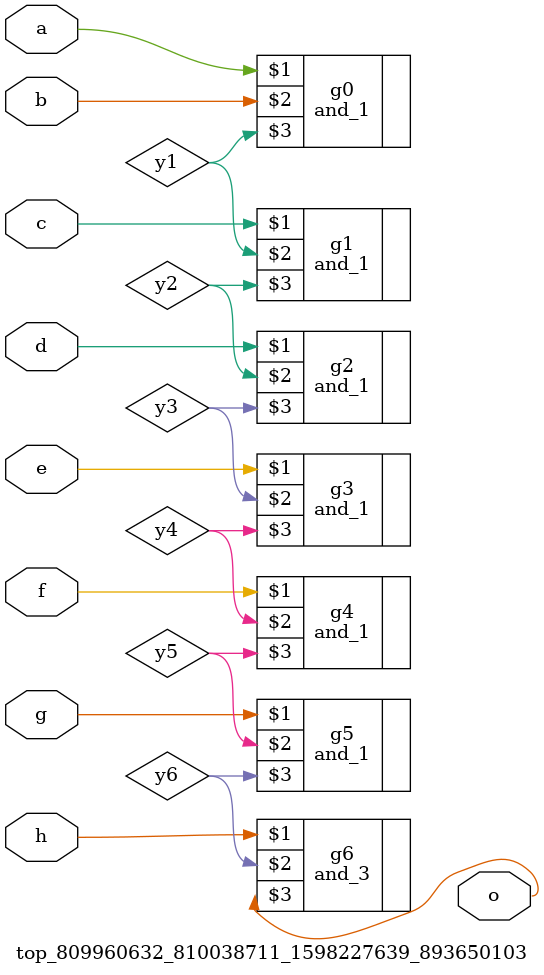
<source format=v>
module top_809960632_810038711_1598227639_893650103 (a, b, c, d, e, f, g, h, o);
 input a, b, c, d, e, f, g, h;
 output o;
 and_1 g0(a,b,y1);
 and_1 g1(c,y1,y2);
 and_1 g2(d,y2,y3);
 and_1 g3(e,y3,y4);
 and_1 g4(f,y4,y5);
 and_1 g5(g,y5,y6);
 and_3 g6(h,y6,o);
endmodule

</source>
